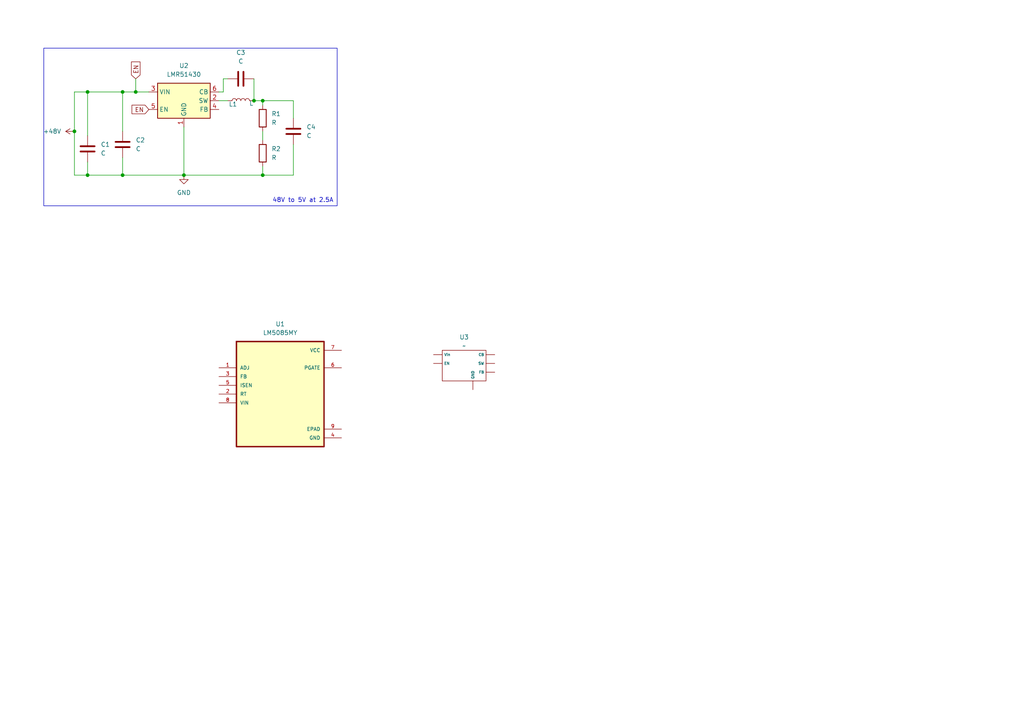
<source format=kicad_sch>
(kicad_sch
	(version 20250114)
	(generator "eeschema")
	(generator_version "9.0")
	(uuid "5a7582c6-cf0f-475e-8130-6c1150d1ea58")
	(paper "A4")
	(lib_symbols
		(symbol "Device:C"
			(pin_numbers
				(hide yes)
			)
			(pin_names
				(offset 0.254)
			)
			(exclude_from_sim no)
			(in_bom yes)
			(on_board yes)
			(property "Reference" "C"
				(at 0.635 2.54 0)
				(effects
					(font
						(size 1.27 1.27)
					)
					(justify left)
				)
			)
			(property "Value" "C"
				(at 0.635 -2.54 0)
				(effects
					(font
						(size 1.27 1.27)
					)
					(justify left)
				)
			)
			(property "Footprint" ""
				(at 0.9652 -3.81 0)
				(effects
					(font
						(size 1.27 1.27)
					)
					(hide yes)
				)
			)
			(property "Datasheet" "~"
				(at 0 0 0)
				(effects
					(font
						(size 1.27 1.27)
					)
					(hide yes)
				)
			)
			(property "Description" "Unpolarized capacitor"
				(at 0 0 0)
				(effects
					(font
						(size 1.27 1.27)
					)
					(hide yes)
				)
			)
			(property "ki_keywords" "cap capacitor"
				(at 0 0 0)
				(effects
					(font
						(size 1.27 1.27)
					)
					(hide yes)
				)
			)
			(property "ki_fp_filters" "C_*"
				(at 0 0 0)
				(effects
					(font
						(size 1.27 1.27)
					)
					(hide yes)
				)
			)
			(symbol "C_0_1"
				(polyline
					(pts
						(xy -2.032 0.762) (xy 2.032 0.762)
					)
					(stroke
						(width 0.508)
						(type default)
					)
					(fill
						(type none)
					)
				)
				(polyline
					(pts
						(xy -2.032 -0.762) (xy 2.032 -0.762)
					)
					(stroke
						(width 0.508)
						(type default)
					)
					(fill
						(type none)
					)
				)
			)
			(symbol "C_1_1"
				(pin passive line
					(at 0 3.81 270)
					(length 2.794)
					(name "~"
						(effects
							(font
								(size 1.27 1.27)
							)
						)
					)
					(number "1"
						(effects
							(font
								(size 1.27 1.27)
							)
						)
					)
				)
				(pin passive line
					(at 0 -3.81 90)
					(length 2.794)
					(name "~"
						(effects
							(font
								(size 1.27 1.27)
							)
						)
					)
					(number "2"
						(effects
							(font
								(size 1.27 1.27)
							)
						)
					)
				)
			)
			(embedded_fonts no)
		)
		(symbol "Device:L"
			(pin_numbers
				(hide yes)
			)
			(pin_names
				(offset 1.016)
				(hide yes)
			)
			(exclude_from_sim no)
			(in_bom yes)
			(on_board yes)
			(property "Reference" "L"
				(at -1.27 0 90)
				(effects
					(font
						(size 1.27 1.27)
					)
				)
			)
			(property "Value" "L"
				(at 1.905 0 90)
				(effects
					(font
						(size 1.27 1.27)
					)
				)
			)
			(property "Footprint" ""
				(at 0 0 0)
				(effects
					(font
						(size 1.27 1.27)
					)
					(hide yes)
				)
			)
			(property "Datasheet" "~"
				(at 0 0 0)
				(effects
					(font
						(size 1.27 1.27)
					)
					(hide yes)
				)
			)
			(property "Description" "Inductor"
				(at 0 0 0)
				(effects
					(font
						(size 1.27 1.27)
					)
					(hide yes)
				)
			)
			(property "ki_keywords" "inductor choke coil reactor magnetic"
				(at 0 0 0)
				(effects
					(font
						(size 1.27 1.27)
					)
					(hide yes)
				)
			)
			(property "ki_fp_filters" "Choke_* *Coil* Inductor_* L_*"
				(at 0 0 0)
				(effects
					(font
						(size 1.27 1.27)
					)
					(hide yes)
				)
			)
			(symbol "L_0_1"
				(arc
					(start 0 2.54)
					(mid 0.6323 1.905)
					(end 0 1.27)
					(stroke
						(width 0)
						(type default)
					)
					(fill
						(type none)
					)
				)
				(arc
					(start 0 1.27)
					(mid 0.6323 0.635)
					(end 0 0)
					(stroke
						(width 0)
						(type default)
					)
					(fill
						(type none)
					)
				)
				(arc
					(start 0 0)
					(mid 0.6323 -0.635)
					(end 0 -1.27)
					(stroke
						(width 0)
						(type default)
					)
					(fill
						(type none)
					)
				)
				(arc
					(start 0 -1.27)
					(mid 0.6323 -1.905)
					(end 0 -2.54)
					(stroke
						(width 0)
						(type default)
					)
					(fill
						(type none)
					)
				)
			)
			(symbol "L_1_1"
				(pin passive line
					(at 0 3.81 270)
					(length 1.27)
					(name "1"
						(effects
							(font
								(size 1.27 1.27)
							)
						)
					)
					(number "1"
						(effects
							(font
								(size 1.27 1.27)
							)
						)
					)
				)
				(pin passive line
					(at 0 -3.81 90)
					(length 1.27)
					(name "2"
						(effects
							(font
								(size 1.27 1.27)
							)
						)
					)
					(number "2"
						(effects
							(font
								(size 1.27 1.27)
							)
						)
					)
				)
			)
			(embedded_fonts no)
		)
		(symbol "Device:R"
			(pin_numbers
				(hide yes)
			)
			(pin_names
				(offset 0)
			)
			(exclude_from_sim no)
			(in_bom yes)
			(on_board yes)
			(property "Reference" "R"
				(at 2.032 0 90)
				(effects
					(font
						(size 1.27 1.27)
					)
				)
			)
			(property "Value" "R"
				(at 0 0 90)
				(effects
					(font
						(size 1.27 1.27)
					)
				)
			)
			(property "Footprint" ""
				(at -1.778 0 90)
				(effects
					(font
						(size 1.27 1.27)
					)
					(hide yes)
				)
			)
			(property "Datasheet" "~"
				(at 0 0 0)
				(effects
					(font
						(size 1.27 1.27)
					)
					(hide yes)
				)
			)
			(property "Description" "Resistor"
				(at 0 0 0)
				(effects
					(font
						(size 1.27 1.27)
					)
					(hide yes)
				)
			)
			(property "ki_keywords" "R res resistor"
				(at 0 0 0)
				(effects
					(font
						(size 1.27 1.27)
					)
					(hide yes)
				)
			)
			(property "ki_fp_filters" "R_*"
				(at 0 0 0)
				(effects
					(font
						(size 1.27 1.27)
					)
					(hide yes)
				)
			)
			(symbol "R_0_1"
				(rectangle
					(start -1.016 -2.54)
					(end 1.016 2.54)
					(stroke
						(width 0.254)
						(type default)
					)
					(fill
						(type none)
					)
				)
			)
			(symbol "R_1_1"
				(pin passive line
					(at 0 3.81 270)
					(length 1.27)
					(name "~"
						(effects
							(font
								(size 1.27 1.27)
							)
						)
					)
					(number "1"
						(effects
							(font
								(size 1.27 1.27)
							)
						)
					)
				)
				(pin passive line
					(at 0 -3.81 90)
					(length 1.27)
					(name "~"
						(effects
							(font
								(size 1.27 1.27)
							)
						)
					)
					(number "2"
						(effects
							(font
								(size 1.27 1.27)
							)
						)
					)
				)
			)
			(embedded_fonts no)
		)
		(symbol "Flight_controller_components:LM51635"
			(exclude_from_sim no)
			(in_bom yes)
			(on_board yes)
			(property "Reference" "U"
				(at 0 10.16 0)
				(effects
					(font
						(size 1.27 1.27)
					)
				)
			)
			(property "Value" ""
				(at 0 0 0)
				(effects
					(font
						(size 1.27 1.27)
					)
				)
			)
			(property "Footprint" ""
				(at 0 0 0)
				(effects
					(font
						(size 1.27 1.27)
					)
					(hide yes)
				)
			)
			(property "Datasheet" ""
				(at 0 0 0)
				(effects
					(font
						(size 1.27 1.27)
					)
					(hide yes)
				)
			)
			(property "Description" ""
				(at 0 0 0)
				(effects
					(font
						(size 1.27 1.27)
					)
					(hide yes)
				)
			)
			(symbol "LM51635_0_1"
				(rectangle
					(start -6.35 5.08)
					(end 6.35 -3.81)
					(stroke
						(width 0)
						(type default)
					)
					(fill
						(type none)
					)
				)
			)
			(symbol "LM51635_1_1"
				(pin power_in line
					(at -8.89 3.81 0)
					(length 2.54)
					(name "Vin"
						(effects
							(font
								(size 0.762 0.762)
							)
						)
					)
					(number ""
						(effects
							(font
								(size 0.508 0.508)
							)
						)
					)
				)
				(pin input line
					(at -8.89 1.27 0)
					(length 2.54)
					(name "EN"
						(effects
							(font
								(size 0.762 0.762)
							)
						)
					)
					(number ""
						(effects
							(font
								(size 1.27 1.27)
							)
						)
					)
				)
				(pin power_in line
					(at 2.54 -6.35 90)
					(length 2.54)
					(name "GND"
						(effects
							(font
								(size 0.762 0.762)
							)
						)
					)
					(number ""
						(effects
							(font
								(size 1.27 1.27)
							)
						)
					)
				)
				(pin output line
					(at 8.89 3.81 180)
					(length 2.54)
					(name "CB"
						(effects
							(font
								(size 0.762 0.762)
							)
						)
					)
					(number ""
						(effects
							(font
								(size 1.27 1.27)
							)
						)
					)
				)
				(pin output line
					(at 8.89 1.27 180)
					(length 2.54)
					(name "SW"
						(effects
							(font
								(size 0.762 0.762)
							)
						)
					)
					(number ""
						(effects
							(font
								(size 1.27 1.27)
							)
						)
					)
				)
				(pin input line
					(at 8.89 -1.27 180)
					(length 2.54)
					(name "FB"
						(effects
							(font
								(size 0.762 0.762)
							)
						)
					)
					(number ""
						(effects
							(font
								(size 1.27 1.27)
							)
						)
					)
				)
			)
			(embedded_fonts no)
		)
		(symbol "LM5085MY:LM5085MY"
			(pin_names
				(offset 1.016)
			)
			(exclude_from_sim no)
			(in_bom yes)
			(on_board yes)
			(property "Reference" "U"
				(at -12.7 16.24 0)
				(effects
					(font
						(size 1.27 1.27)
					)
					(justify left bottom)
				)
			)
			(property "Value" "LM5085MY"
				(at -12.7 -19.24 0)
				(effects
					(font
						(size 1.27 1.27)
					)
					(justify left bottom)
				)
			)
			(property "Footprint" "LM5085MY:SOP65P490X110-9N"
				(at 0 0 0)
				(effects
					(font
						(size 1.27 1.27)
					)
					(justify bottom)
					(hide yes)
				)
			)
			(property "Datasheet" ""
				(at 0 0 0)
				(effects
					(font
						(size 1.27 1.27)
					)
					(hide yes)
				)
			)
			(property "Description" ""
				(at 0 0 0)
				(effects
					(font
						(size 1.27 1.27)
					)
					(hide yes)
				)
			)
			(property "MF" "Texas Instruments"
				(at 0 0 0)
				(effects
					(font
						(size 1.27 1.27)
					)
					(justify bottom)
					(hide yes)
				)
			)
			(property "Description_1" "4.5-75V Wide Vin, Constant On-Time Non-Synchronous PFET Buck Controller"
				(at 0 0 0)
				(effects
					(font
						(size 1.27 1.27)
					)
					(justify bottom)
					(hide yes)
				)
			)
			(property "Package" "HVSSOP-8 Texas Instruments"
				(at 0 0 0)
				(effects
					(font
						(size 1.27 1.27)
					)
					(justify bottom)
					(hide yes)
				)
			)
			(property "Price" "None"
				(at 0 0 0)
				(effects
					(font
						(size 1.27 1.27)
					)
					(justify bottom)
					(hide yes)
				)
			)
			(property "SnapEDA_Link" "https://www.snapeda.com/parts/LM5085MY/NOPB/Texas+Instruments/view-part/?ref=snap"
				(at 0 0 0)
				(effects
					(font
						(size 1.27 1.27)
					)
					(justify bottom)
					(hide yes)
				)
			)
			(property "MP" "LM5085MY/NOPB"
				(at 0 0 0)
				(effects
					(font
						(size 1.27 1.27)
					)
					(justify bottom)
					(hide yes)
				)
			)
			(property "Availability" "In Stock"
				(at 0 0 0)
				(effects
					(font
						(size 1.27 1.27)
					)
					(justify bottom)
					(hide yes)
				)
			)
			(property "Check_prices" "https://www.snapeda.com/parts/LM5085MY/NOPB/Texas+Instruments/view-part/?ref=eda"
				(at 0 0 0)
				(effects
					(font
						(size 1.27 1.27)
					)
					(justify bottom)
					(hide yes)
				)
			)
			(symbol "LM5085MY_0_0"
				(rectangle
					(start -12.7 -15.24)
					(end 12.7 15.24)
					(stroke
						(width 0.41)
						(type default)
					)
					(fill
						(type background)
					)
				)
				(pin input line
					(at -17.78 7.62 0)
					(length 5.08)
					(name "ADJ"
						(effects
							(font
								(size 1.016 1.016)
							)
						)
					)
					(number "1"
						(effects
							(font
								(size 1.016 1.016)
							)
						)
					)
				)
				(pin input line
					(at -17.78 5.08 0)
					(length 5.08)
					(name "FB"
						(effects
							(font
								(size 1.016 1.016)
							)
						)
					)
					(number "3"
						(effects
							(font
								(size 1.016 1.016)
							)
						)
					)
				)
				(pin input line
					(at -17.78 2.54 0)
					(length 5.08)
					(name "ISEN"
						(effects
							(font
								(size 1.016 1.016)
							)
						)
					)
					(number "5"
						(effects
							(font
								(size 1.016 1.016)
							)
						)
					)
				)
				(pin input line
					(at -17.78 0 0)
					(length 5.08)
					(name "RT"
						(effects
							(font
								(size 1.016 1.016)
							)
						)
					)
					(number "2"
						(effects
							(font
								(size 1.016 1.016)
							)
						)
					)
				)
				(pin input line
					(at -17.78 -2.54 0)
					(length 5.08)
					(name "VIN"
						(effects
							(font
								(size 1.016 1.016)
							)
						)
					)
					(number "8"
						(effects
							(font
								(size 1.016 1.016)
							)
						)
					)
				)
				(pin power_in line
					(at 17.78 12.7 180)
					(length 5.08)
					(name "VCC"
						(effects
							(font
								(size 1.016 1.016)
							)
						)
					)
					(number "7"
						(effects
							(font
								(size 1.016 1.016)
							)
						)
					)
				)
				(pin output line
					(at 17.78 7.62 180)
					(length 5.08)
					(name "PGATE"
						(effects
							(font
								(size 1.016 1.016)
							)
						)
					)
					(number "6"
						(effects
							(font
								(size 1.016 1.016)
							)
						)
					)
				)
				(pin power_in line
					(at 17.78 -10.16 180)
					(length 5.08)
					(name "EPAD"
						(effects
							(font
								(size 1.016 1.016)
							)
						)
					)
					(number "9"
						(effects
							(font
								(size 1.016 1.016)
							)
						)
					)
				)
				(pin power_in line
					(at 17.78 -12.7 180)
					(length 5.08)
					(name "GND"
						(effects
							(font
								(size 1.016 1.016)
							)
						)
					)
					(number "4"
						(effects
							(font
								(size 1.016 1.016)
							)
						)
					)
				)
			)
			(embedded_fonts no)
		)
		(symbol "Regulator_Switching:LMR51430"
			(exclude_from_sim no)
			(in_bom yes)
			(on_board yes)
			(property "Reference" "U"
				(at -7.62 6.35 0)
				(effects
					(font
						(size 1.27 1.27)
					)
					(justify left)
				)
			)
			(property "Value" "LMR51430"
				(at 0 6.35 0)
				(effects
					(font
						(size 1.27 1.27)
					)
					(justify left)
				)
			)
			(property "Footprint" "Package_TO_SOT_SMD:SOT-23-6"
				(at 1.27 -8.89 0)
				(effects
					(font
						(size 1.27 1.27)
					)
					(justify left)
					(hide yes)
				)
			)
			(property "Datasheet" "https://www.ti.com/lit/ds/symlink/lmr51430.pdf"
				(at 1.27 -11.43 0)
				(effects
					(font
						(size 1.27 1.27)
					)
					(justify left)
					(hide yes)
				)
			)
			(property "Description" "4.5-V to 36-V, 3-A synchronous buck converter with 40-µA IQ, SOT-23-6"
				(at 0 0 0)
				(effects
					(font
						(size 1.27 1.27)
					)
					(hide yes)
				)
			)
			(property "ki_keywords" "switching buck converter power-supply voltage regulator"
				(at 0 0 0)
				(effects
					(font
						(size 1.27 1.27)
					)
					(hide yes)
				)
			)
			(property "ki_fp_filters" "SOT?23*"
				(at 0 0 0)
				(effects
					(font
						(size 1.27 1.27)
					)
					(hide yes)
				)
			)
			(symbol "LMR51430_0_1"
				(rectangle
					(start -7.62 5.08)
					(end 7.62 -5.08)
					(stroke
						(width 0.254)
						(type default)
					)
					(fill
						(type background)
					)
				)
			)
			(symbol "LMR51430_1_1"
				(pin power_in line
					(at -10.16 2.54 0)
					(length 2.54)
					(name "VIN"
						(effects
							(font
								(size 1.27 1.27)
							)
						)
					)
					(number "3"
						(effects
							(font
								(size 1.27 1.27)
							)
						)
					)
				)
				(pin input line
					(at -10.16 -2.54 0)
					(length 2.54)
					(name "EN"
						(effects
							(font
								(size 1.27 1.27)
							)
						)
					)
					(number "5"
						(effects
							(font
								(size 1.27 1.27)
							)
						)
					)
				)
				(pin power_in line
					(at 0 -7.62 90)
					(length 2.54)
					(name "GND"
						(effects
							(font
								(size 1.27 1.27)
							)
						)
					)
					(number "1"
						(effects
							(font
								(size 1.27 1.27)
							)
						)
					)
				)
				(pin passive line
					(at 10.16 2.54 180)
					(length 2.54)
					(name "CB"
						(effects
							(font
								(size 1.27 1.27)
							)
						)
					)
					(number "6"
						(effects
							(font
								(size 1.27 1.27)
							)
						)
					)
				)
				(pin power_out line
					(at 10.16 0 180)
					(length 2.54)
					(name "SW"
						(effects
							(font
								(size 1.27 1.27)
							)
						)
					)
					(number "2"
						(effects
							(font
								(size 1.27 1.27)
							)
						)
					)
				)
				(pin input line
					(at 10.16 -2.54 180)
					(length 2.54)
					(name "FB"
						(effects
							(font
								(size 1.27 1.27)
							)
						)
					)
					(number "4"
						(effects
							(font
								(size 1.27 1.27)
							)
						)
					)
				)
			)
			(embedded_fonts no)
		)
		(symbol "power:+48V"
			(power)
			(pin_numbers
				(hide yes)
			)
			(pin_names
				(offset 0)
				(hide yes)
			)
			(exclude_from_sim no)
			(in_bom yes)
			(on_board yes)
			(property "Reference" "#PWR"
				(at 0 -3.81 0)
				(effects
					(font
						(size 1.27 1.27)
					)
					(hide yes)
				)
			)
			(property "Value" "+48V"
				(at 0 3.556 0)
				(effects
					(font
						(size 1.27 1.27)
					)
				)
			)
			(property "Footprint" ""
				(at 0 0 0)
				(effects
					(font
						(size 1.27 1.27)
					)
					(hide yes)
				)
			)
			(property "Datasheet" ""
				(at 0 0 0)
				(effects
					(font
						(size 1.27 1.27)
					)
					(hide yes)
				)
			)
			(property "Description" "Power symbol creates a global label with name \"+48V\""
				(at 0 0 0)
				(effects
					(font
						(size 1.27 1.27)
					)
					(hide yes)
				)
			)
			(property "ki_keywords" "global power"
				(at 0 0 0)
				(effects
					(font
						(size 1.27 1.27)
					)
					(hide yes)
				)
			)
			(symbol "+48V_0_1"
				(polyline
					(pts
						(xy -0.762 1.27) (xy 0 2.54)
					)
					(stroke
						(width 0)
						(type default)
					)
					(fill
						(type none)
					)
				)
				(polyline
					(pts
						(xy 0 2.54) (xy 0.762 1.27)
					)
					(stroke
						(width 0)
						(type default)
					)
					(fill
						(type none)
					)
				)
				(polyline
					(pts
						(xy 0 0) (xy 0 2.54)
					)
					(stroke
						(width 0)
						(type default)
					)
					(fill
						(type none)
					)
				)
			)
			(symbol "+48V_1_1"
				(pin power_in line
					(at 0 0 90)
					(length 0)
					(name "~"
						(effects
							(font
								(size 1.27 1.27)
							)
						)
					)
					(number "1"
						(effects
							(font
								(size 1.27 1.27)
							)
						)
					)
				)
			)
			(embedded_fonts no)
		)
		(symbol "power:GND"
			(power)
			(pin_numbers
				(hide yes)
			)
			(pin_names
				(offset 0)
				(hide yes)
			)
			(exclude_from_sim no)
			(in_bom yes)
			(on_board yes)
			(property "Reference" "#PWR"
				(at 0 -6.35 0)
				(effects
					(font
						(size 1.27 1.27)
					)
					(hide yes)
				)
			)
			(property "Value" "GND"
				(at 0 -3.81 0)
				(effects
					(font
						(size 1.27 1.27)
					)
				)
			)
			(property "Footprint" ""
				(at 0 0 0)
				(effects
					(font
						(size 1.27 1.27)
					)
					(hide yes)
				)
			)
			(property "Datasheet" ""
				(at 0 0 0)
				(effects
					(font
						(size 1.27 1.27)
					)
					(hide yes)
				)
			)
			(property "Description" "Power symbol creates a global label with name \"GND\" , ground"
				(at 0 0 0)
				(effects
					(font
						(size 1.27 1.27)
					)
					(hide yes)
				)
			)
			(property "ki_keywords" "global power"
				(at 0 0 0)
				(effects
					(font
						(size 1.27 1.27)
					)
					(hide yes)
				)
			)
			(symbol "GND_0_1"
				(polyline
					(pts
						(xy 0 0) (xy 0 -1.27) (xy 1.27 -1.27) (xy 0 -2.54) (xy -1.27 -1.27) (xy 0 -1.27)
					)
					(stroke
						(width 0)
						(type default)
					)
					(fill
						(type none)
					)
				)
			)
			(symbol "GND_1_1"
				(pin power_in line
					(at 0 0 270)
					(length 0)
					(name "~"
						(effects
							(font
								(size 1.27 1.27)
							)
						)
					)
					(number "1"
						(effects
							(font
								(size 1.27 1.27)
							)
						)
					)
				)
			)
			(embedded_fonts no)
		)
	)
	(text "48V to 5V at 2.5A"
		(exclude_from_sim no)
		(at 87.884 58.166 0)
		(effects
			(font
				(size 1.27 1.27)
			)
		)
		(uuid "540a2b06-4bbb-4b7f-bd72-908d2df2eab6")
	)
	(text_box ""
		(exclude_from_sim no)
		(at 12.7 13.97 0)
		(size 85.09 45.72)
		(margins 0.9525 0.9525 0.9525 0.9525)
		(stroke
			(width 0)
			(type solid)
		)
		(fill
			(type none)
		)
		(effects
			(font
				(size 1.27 1.27)
			)
			(justify left top)
		)
		(uuid "7e0d184c-97c1-48f1-aefd-a683f1cb335c")
	)
	(junction
		(at 25.4 50.8)
		(diameter 0)
		(color 0 0 0 0)
		(uuid "04a11bf5-9ee1-499e-bbd9-0103b70f77b1")
	)
	(junction
		(at 25.4 26.67)
		(diameter 0)
		(color 0 0 0 0)
		(uuid "1654327e-ba01-44f5-a48e-1a22d9488830")
	)
	(junction
		(at 39.37 26.67)
		(diameter 0)
		(color 0 0 0 0)
		(uuid "32dd86b6-c21d-4307-8a4b-260927172f1b")
	)
	(junction
		(at 35.56 50.8)
		(diameter 0)
		(color 0 0 0 0)
		(uuid "5f060eb8-c708-4b6b-a34f-860351427c05")
	)
	(junction
		(at 76.2 50.8)
		(diameter 0)
		(color 0 0 0 0)
		(uuid "77340453-3d68-433d-b47a-dc3a8a2b56fb")
	)
	(junction
		(at 35.56 26.67)
		(diameter 0)
		(color 0 0 0 0)
		(uuid "8d4615db-6cfa-4c11-b748-5ca453d507ca")
	)
	(junction
		(at 53.34 50.8)
		(diameter 0)
		(color 0 0 0 0)
		(uuid "8ec29784-c33a-4a25-8f38-9cf93603878b")
	)
	(junction
		(at 76.2 29.21)
		(diameter 0)
		(color 0 0 0 0)
		(uuid "9c44a99f-54b3-4dc5-bae0-c926adb99a84")
	)
	(junction
		(at 73.66 29.21)
		(diameter 0)
		(color 0 0 0 0)
		(uuid "f4dfa322-448c-4378-ad26-2af8d2cbc09f")
	)
	(junction
		(at 21.59 38.1)
		(diameter 0)
		(color 0 0 0 0)
		(uuid "fd5cbaf4-ee4c-447b-99c4-8741a345db82")
	)
	(wire
		(pts
			(xy 76.2 38.1) (xy 76.2 40.64)
		)
		(stroke
			(width 0)
			(type default)
		)
		(uuid "028b586a-728a-4af2-a33c-400583f55914")
	)
	(wire
		(pts
			(xy 25.4 26.67) (xy 21.59 26.67)
		)
		(stroke
			(width 0)
			(type default)
		)
		(uuid "1cde725f-f333-47ee-83f8-e1ca8f8803c1")
	)
	(wire
		(pts
			(xy 53.34 36.83) (xy 53.34 50.8)
		)
		(stroke
			(width 0)
			(type default)
		)
		(uuid "1f10ee07-a28f-4bb7-bba5-9dda13edecb2")
	)
	(wire
		(pts
			(xy 85.09 41.91) (xy 85.09 50.8)
		)
		(stroke
			(width 0)
			(type default)
		)
		(uuid "329439ed-2e0c-4fa7-940c-9cdbc05b9b96")
	)
	(wire
		(pts
			(xy 73.66 22.86) (xy 73.66 29.21)
		)
		(stroke
			(width 0)
			(type default)
		)
		(uuid "3465b6d3-30c6-475a-8806-28f8f73e6df7")
	)
	(wire
		(pts
			(xy 25.4 46.99) (xy 25.4 50.8)
		)
		(stroke
			(width 0)
			(type default)
		)
		(uuid "4797d568-aee9-47af-83b7-78c0741f9c7c")
	)
	(wire
		(pts
			(xy 39.37 26.67) (xy 35.56 26.67)
		)
		(stroke
			(width 0)
			(type default)
		)
		(uuid "4ead5e75-c977-4d8a-b0ad-f47fad75a1d9")
	)
	(wire
		(pts
			(xy 35.56 26.67) (xy 35.56 38.1)
		)
		(stroke
			(width 0)
			(type default)
		)
		(uuid "55ad9c8a-50f7-4fe4-8cb3-5ae77bf72e21")
	)
	(wire
		(pts
			(xy 25.4 26.67) (xy 25.4 39.37)
		)
		(stroke
			(width 0)
			(type default)
		)
		(uuid "67ed0b67-e0ef-4568-9e8e-645294e4d1e8")
	)
	(wire
		(pts
			(xy 76.2 48.26) (xy 76.2 50.8)
		)
		(stroke
			(width 0)
			(type default)
		)
		(uuid "6c6338fd-7274-4415-b003-c72d28df8054")
	)
	(wire
		(pts
			(xy 35.56 26.67) (xy 25.4 26.67)
		)
		(stroke
			(width 0)
			(type default)
		)
		(uuid "70c8c683-c721-47d2-9b08-d5eb10067893")
	)
	(wire
		(pts
			(xy 85.09 50.8) (xy 76.2 50.8)
		)
		(stroke
			(width 0)
			(type default)
		)
		(uuid "7311a5ec-c958-4e91-a15b-3d3c5d254334")
	)
	(wire
		(pts
			(xy 43.18 26.67) (xy 39.37 26.67)
		)
		(stroke
			(width 0)
			(type default)
		)
		(uuid "76860d84-3140-4291-9dde-27e43019d234")
	)
	(wire
		(pts
			(xy 64.77 26.67) (xy 64.77 22.86)
		)
		(stroke
			(width 0)
			(type default)
		)
		(uuid "7991c63f-3d9d-4721-8d4d-ad83c9a40f2b")
	)
	(wire
		(pts
			(xy 21.59 50.8) (xy 25.4 50.8)
		)
		(stroke
			(width 0)
			(type default)
		)
		(uuid "7a76b85d-9648-493d-bd0e-d2e33acd6c45")
	)
	(wire
		(pts
			(xy 85.09 34.29) (xy 85.09 29.21)
		)
		(stroke
			(width 0)
			(type default)
		)
		(uuid "7d3fed73-f475-4d5e-9afe-3d61f0c9fcce")
	)
	(wire
		(pts
			(xy 85.09 29.21) (xy 76.2 29.21)
		)
		(stroke
			(width 0)
			(type default)
		)
		(uuid "97c91343-91bf-4960-8ba5-3c5f3b847012")
	)
	(wire
		(pts
			(xy 76.2 29.21) (xy 76.2 30.48)
		)
		(stroke
			(width 0)
			(type default)
		)
		(uuid "9a81f891-d661-426b-927c-447e0be8c815")
	)
	(wire
		(pts
			(xy 64.77 26.67) (xy 63.5 26.67)
		)
		(stroke
			(width 0)
			(type default)
		)
		(uuid "9e01526b-b969-4f2e-8fec-c3c2f7224f77")
	)
	(wire
		(pts
			(xy 21.59 38.1) (xy 21.59 50.8)
		)
		(stroke
			(width 0)
			(type default)
		)
		(uuid "a2b2890a-76b6-4cd1-80c9-da3dc7236087")
	)
	(wire
		(pts
			(xy 63.5 29.21) (xy 66.04 29.21)
		)
		(stroke
			(width 0)
			(type default)
		)
		(uuid "abc106ef-171b-4cc4-b5c9-67aba1982459")
	)
	(wire
		(pts
			(xy 35.56 50.8) (xy 53.34 50.8)
		)
		(stroke
			(width 0)
			(type default)
		)
		(uuid "af2d30dc-7b83-44f4-9064-dfc922248cf2")
	)
	(wire
		(pts
			(xy 35.56 45.72) (xy 35.56 50.8)
		)
		(stroke
			(width 0)
			(type default)
		)
		(uuid "bf158d07-5280-403e-a6eb-50694b698ecb")
	)
	(wire
		(pts
			(xy 73.66 29.21) (xy 76.2 29.21)
		)
		(stroke
			(width 0)
			(type default)
		)
		(uuid "c1e2b0a5-1d03-4bb3-8f0e-c98e87152aec")
	)
	(wire
		(pts
			(xy 53.34 50.8) (xy 76.2 50.8)
		)
		(stroke
			(width 0)
			(type default)
		)
		(uuid "e2b67582-b0c9-4ee5-b438-fafc551aff6f")
	)
	(wire
		(pts
			(xy 39.37 22.86) (xy 39.37 26.67)
		)
		(stroke
			(width 0)
			(type default)
		)
		(uuid "e6937a52-6751-48ca-b046-af0c79babd4d")
	)
	(wire
		(pts
			(xy 64.77 22.86) (xy 66.04 22.86)
		)
		(stroke
			(width 0)
			(type default)
		)
		(uuid "eb692070-0102-4859-8202-17eb5300ba94")
	)
	(wire
		(pts
			(xy 21.59 26.67) (xy 21.59 38.1)
		)
		(stroke
			(width 0)
			(type default)
		)
		(uuid "f229dcc7-e4f0-46cb-9ff4-292263e60807")
	)
	(wire
		(pts
			(xy 25.4 50.8) (xy 35.56 50.8)
		)
		(stroke
			(width 0)
			(type default)
		)
		(uuid "f2b2a4a9-d05c-4e92-adfa-97ff1d0bed30")
	)
	(global_label "EN"
		(shape input)
		(at 43.18 31.75 180)
		(fields_autoplaced yes)
		(effects
			(font
				(size 1.27 1.27)
			)
			(justify right)
		)
		(uuid "a5b9f5f2-b3bc-472f-8792-b5247e9d3d5c")
		(property "Intersheetrefs" "${INTERSHEET_REFS}"
			(at 37.7153 31.75 0)
			(effects
				(font
					(size 1.27 1.27)
				)
				(justify right)
				(hide yes)
			)
		)
	)
	(global_label "EN"
		(shape input)
		(at 39.37 22.86 90)
		(fields_autoplaced yes)
		(effects
			(font
				(size 1.27 1.27)
			)
			(justify left)
		)
		(uuid "cd1569cf-206a-4d7b-8c31-a47910cd2df4")
		(property "Intersheetrefs" "${INTERSHEET_REFS}"
			(at 39.37 17.3953 90)
			(effects
				(font
					(size 1.27 1.27)
				)
				(justify left)
				(hide yes)
			)
		)
	)
	(symbol
		(lib_id "Device:C")
		(at 69.85 22.86 270)
		(unit 1)
		(exclude_from_sim no)
		(in_bom yes)
		(on_board yes)
		(dnp no)
		(fields_autoplaced yes)
		(uuid "3a4cec7d-849d-4ccb-a0a7-d68929bff12f")
		(property "Reference" "C3"
			(at 69.85 15.24 90)
			(effects
				(font
					(size 1.27 1.27)
				)
			)
		)
		(property "Value" "C"
			(at 69.85 17.78 90)
			(effects
				(font
					(size 1.27 1.27)
				)
			)
		)
		(property "Footprint" ""
			(at 66.04 23.8252 0)
			(effects
				(font
					(size 1.27 1.27)
				)
				(hide yes)
			)
		)
		(property "Datasheet" "~"
			(at 69.85 22.86 0)
			(effects
				(font
					(size 1.27 1.27)
				)
				(hide yes)
			)
		)
		(property "Description" "Unpolarized capacitor"
			(at 69.85 22.86 0)
			(effects
				(font
					(size 1.27 1.27)
				)
				(hide yes)
			)
		)
		(pin "1"
			(uuid "31233e86-e5e6-4458-9f2d-1446c571b489")
		)
		(pin "2"
			(uuid "6dbc9325-a493-48fd-ae7c-8ab716f6f68d")
		)
		(instances
			(project ""
				(path "/5a7582c6-cf0f-475e-8130-6c1150d1ea58"
					(reference "C3")
					(unit 1)
				)
			)
		)
	)
	(symbol
		(lib_id "Device:R")
		(at 76.2 44.45 0)
		(unit 1)
		(exclude_from_sim no)
		(in_bom yes)
		(on_board yes)
		(dnp no)
		(fields_autoplaced yes)
		(uuid "453b199f-bd36-4e7c-b6e9-f62a586187de")
		(property "Reference" "R2"
			(at 78.74 43.1799 0)
			(effects
				(font
					(size 1.27 1.27)
				)
				(justify left)
			)
		)
		(property "Value" "R"
			(at 78.74 45.7199 0)
			(effects
				(font
					(size 1.27 1.27)
				)
				(justify left)
			)
		)
		(property "Footprint" ""
			(at 74.422 44.45 90)
			(effects
				(font
					(size 1.27 1.27)
				)
				(hide yes)
			)
		)
		(property "Datasheet" "~"
			(at 76.2 44.45 0)
			(effects
				(font
					(size 1.27 1.27)
				)
				(hide yes)
			)
		)
		(property "Description" "Resistor"
			(at 76.2 44.45 0)
			(effects
				(font
					(size 1.27 1.27)
				)
				(hide yes)
			)
		)
		(pin "1"
			(uuid "73de7a6a-1e51-438d-a527-b4a483c129b8")
		)
		(pin "2"
			(uuid "3ee4b3ab-59f9-48cd-bdf8-6e4914408fd0")
		)
		(instances
			(project ""
				(path "/5a7582c6-cf0f-475e-8130-6c1150d1ea58"
					(reference "R2")
					(unit 1)
				)
			)
		)
	)
	(symbol
		(lib_id "power:+48V")
		(at 21.59 38.1 90)
		(unit 1)
		(exclude_from_sim no)
		(in_bom yes)
		(on_board yes)
		(dnp no)
		(fields_autoplaced yes)
		(uuid "610ffc99-0087-44ea-b6be-2cf03f7dc66d")
		(property "Reference" "#PWR01"
			(at 25.4 38.1 0)
			(effects
				(font
					(size 1.27 1.27)
				)
				(hide yes)
			)
		)
		(property "Value" "+48V"
			(at 17.78 38.0999 90)
			(effects
				(font
					(size 1.27 1.27)
				)
				(justify left)
			)
		)
		(property "Footprint" ""
			(at 21.59 38.1 0)
			(effects
				(font
					(size 1.27 1.27)
				)
				(hide yes)
			)
		)
		(property "Datasheet" ""
			(at 21.59 38.1 0)
			(effects
				(font
					(size 1.27 1.27)
				)
				(hide yes)
			)
		)
		(property "Description" "Power symbol creates a global label with name \"+48V\""
			(at 21.59 38.1 0)
			(effects
				(font
					(size 1.27 1.27)
				)
				(hide yes)
			)
		)
		(pin "1"
			(uuid "93427017-5b2e-4539-bbe0-aa91a2cefa14")
		)
		(instances
			(project ""
				(path "/5a7582c6-cf0f-475e-8130-6c1150d1ea58"
					(reference "#PWR01")
					(unit 1)
				)
			)
		)
	)
	(symbol
		(lib_id "Regulator_Switching:LMR51430")
		(at 53.34 29.21 0)
		(unit 1)
		(exclude_from_sim no)
		(in_bom yes)
		(on_board yes)
		(dnp no)
		(fields_autoplaced yes)
		(uuid "712de90a-5f56-44d5-a430-ad6c3b7f5b32")
		(property "Reference" "U2"
			(at 53.34 19.05 0)
			(effects
				(font
					(size 1.27 1.27)
				)
			)
		)
		(property "Value" "LMR51430"
			(at 53.34 21.59 0)
			(effects
				(font
					(size 1.27 1.27)
				)
			)
		)
		(property "Footprint" "Package_TO_SOT_SMD:SOT-23-6"
			(at 54.61 38.1 0)
			(effects
				(font
					(size 1.27 1.27)
				)
				(justify left)
				(hide yes)
			)
		)
		(property "Datasheet" "https://www.ti.com/lit/ds/symlink/lmr51430.pdf"
			(at 54.61 40.64 0)
			(effects
				(font
					(size 1.27 1.27)
				)
				(justify left)
				(hide yes)
			)
		)
		(property "Description" "4.5-V to 36-V, 3-A synchronous buck converter with 40-µA IQ, SOT-23-6"
			(at 53.34 29.21 0)
			(effects
				(font
					(size 1.27 1.27)
				)
				(hide yes)
			)
		)
		(pin "3"
			(uuid "dca13b3c-16cf-43d1-83f6-41169a861947")
		)
		(pin "5"
			(uuid "c23e26bf-c06d-4da3-a02d-27814a1099a0")
		)
		(pin "6"
			(uuid "6ff41941-a3bb-4417-be17-27fa672183b9")
		)
		(pin "2"
			(uuid "97f40490-c130-4ab9-b6a4-e3b42c931b34")
		)
		(pin "4"
			(uuid "01d2ee16-a910-486b-a654-99c30bb4a582")
		)
		(pin "1"
			(uuid "8b33e732-6a15-4955-8cd6-a6389edafe97")
		)
		(instances
			(project ""
				(path "/5a7582c6-cf0f-475e-8130-6c1150d1ea58"
					(reference "U2")
					(unit 1)
				)
			)
		)
	)
	(symbol
		(lib_id "LM5085MY:LM5085MY")
		(at 81.28 114.3 0)
		(unit 1)
		(exclude_from_sim no)
		(in_bom yes)
		(on_board yes)
		(dnp no)
		(fields_autoplaced yes)
		(uuid "9db6aa4a-6439-4c3d-9ee9-730c687b31ff")
		(property "Reference" "U1"
			(at 81.28 93.98 0)
			(effects
				(font
					(size 1.27 1.27)
				)
			)
		)
		(property "Value" "LM5085MY"
			(at 81.28 96.52 0)
			(effects
				(font
					(size 1.27 1.27)
				)
			)
		)
		(property "Footprint" "LM5085MY:SOP65P490X110-9N"
			(at 81.28 114.3 0)
			(effects
				(font
					(size 1.27 1.27)
				)
				(justify bottom)
				(hide yes)
			)
		)
		(property "Datasheet" ""
			(at 81.28 114.3 0)
			(effects
				(font
					(size 1.27 1.27)
				)
				(hide yes)
			)
		)
		(property "Description" ""
			(at 81.28 114.3 0)
			(effects
				(font
					(size 1.27 1.27)
				)
				(hide yes)
			)
		)
		(property "MF" "Texas Instruments"
			(at 81.28 114.3 0)
			(effects
				(font
					(size 1.27 1.27)
				)
				(justify bottom)
				(hide yes)
			)
		)
		(property "Description_1" "4.5-75V Wide Vin, Constant On-Time Non-Synchronous PFET Buck Controller"
			(at 81.28 114.3 0)
			(effects
				(font
					(size 1.27 1.27)
				)
				(justify bottom)
				(hide yes)
			)
		)
		(property "Package" "HVSSOP-8 Texas Instruments"
			(at 81.28 114.3 0)
			(effects
				(font
					(size 1.27 1.27)
				)
				(justify bottom)
				(hide yes)
			)
		)
		(property "Price" "None"
			(at 81.28 114.3 0)
			(effects
				(font
					(size 1.27 1.27)
				)
				(justify bottom)
				(hide yes)
			)
		)
		(property "SnapEDA_Link" "https://www.snapeda.com/parts/LM5085MY/NOPB/Texas+Instruments/view-part/?ref=snap"
			(at 81.28 114.3 0)
			(effects
				(font
					(size 1.27 1.27)
				)
				(justify bottom)
				(hide yes)
			)
		)
		(property "MP" "LM5085MY/NOPB"
			(at 81.28 114.3 0)
			(effects
				(font
					(size 1.27 1.27)
				)
				(justify bottom)
				(hide yes)
			)
		)
		(property "Availability" "In Stock"
			(at 81.28 114.3 0)
			(effects
				(font
					(size 1.27 1.27)
				)
				(justify bottom)
				(hide yes)
			)
		)
		(property "Check_prices" "https://www.snapeda.com/parts/LM5085MY/NOPB/Texas+Instruments/view-part/?ref=eda"
			(at 81.28 114.3 0)
			(effects
				(font
					(size 1.27 1.27)
				)
				(justify bottom)
				(hide yes)
			)
		)
		(pin "9"
			(uuid "ba1d9dcc-2903-48a5-95c5-a925ccdf8822")
		)
		(pin "3"
			(uuid "189295b9-8b7f-49cf-b0df-74a72e2120b9")
		)
		(pin "8"
			(uuid "4f1f9591-fd87-410d-88e6-e0899f9622d0")
		)
		(pin "5"
			(uuid "54d96f19-6804-486c-8516-a8af8b972bea")
		)
		(pin "1"
			(uuid "8303be21-69bb-44f1-acb5-52007b12fb4e")
		)
		(pin "7"
			(uuid "8a008309-4ff9-4dbd-abfa-40f83c1e3c61")
		)
		(pin "2"
			(uuid "31897811-aa3d-407b-97dd-229bf3f2f832")
		)
		(pin "6"
			(uuid "3d3a96f4-4324-4912-aa8b-fb0f67127db1")
		)
		(pin "4"
			(uuid "8d2c4ee8-dd8b-450f-b198-ba9e820e425f")
		)
		(instances
			(project ""
				(path "/5a7582c6-cf0f-475e-8130-6c1150d1ea58"
					(reference "U1")
					(unit 1)
				)
			)
		)
	)
	(symbol
		(lib_id "Device:C")
		(at 85.09 38.1 0)
		(unit 1)
		(exclude_from_sim no)
		(in_bom yes)
		(on_board yes)
		(dnp no)
		(fields_autoplaced yes)
		(uuid "9efea148-8d9c-47e4-86be-1515a086247f")
		(property "Reference" "C4"
			(at 88.9 36.8299 0)
			(effects
				(font
					(size 1.27 1.27)
				)
				(justify left)
			)
		)
		(property "Value" "C"
			(at 88.9 39.3699 0)
			(effects
				(font
					(size 1.27 1.27)
				)
				(justify left)
			)
		)
		(property "Footprint" ""
			(at 86.0552 41.91 0)
			(effects
				(font
					(size 1.27 1.27)
				)
				(hide yes)
			)
		)
		(property "Datasheet" "~"
			(at 85.09 38.1 0)
			(effects
				(font
					(size 1.27 1.27)
				)
				(hide yes)
			)
		)
		(property "Description" "Unpolarized capacitor"
			(at 85.09 38.1 0)
			(effects
				(font
					(size 1.27 1.27)
				)
				(hide yes)
			)
		)
		(pin "1"
			(uuid "0b604de6-53c9-42e7-8cd0-56fd0b89ad33")
		)
		(pin "2"
			(uuid "765a3d63-176b-40d8-9d43-6f9f2a871960")
		)
		(instances
			(project ""
				(path "/5a7582c6-cf0f-475e-8130-6c1150d1ea58"
					(reference "C4")
					(unit 1)
				)
			)
		)
	)
	(symbol
		(lib_id "Device:C")
		(at 25.4 43.18 0)
		(unit 1)
		(exclude_from_sim no)
		(in_bom yes)
		(on_board yes)
		(dnp no)
		(fields_autoplaced yes)
		(uuid "a67d8ab7-7b8a-48ed-9efe-c883544dc4a9")
		(property "Reference" "C1"
			(at 29.21 41.9099 0)
			(effects
				(font
					(size 1.27 1.27)
				)
				(justify left)
			)
		)
		(property "Value" "C"
			(at 29.21 44.4499 0)
			(effects
				(font
					(size 1.27 1.27)
				)
				(justify left)
			)
		)
		(property "Footprint" ""
			(at 26.3652 46.99 0)
			(effects
				(font
					(size 1.27 1.27)
				)
				(hide yes)
			)
		)
		(property "Datasheet" "~"
			(at 25.4 43.18 0)
			(effects
				(font
					(size 1.27 1.27)
				)
				(hide yes)
			)
		)
		(property "Description" "Unpolarized capacitor"
			(at 25.4 43.18 0)
			(effects
				(font
					(size 1.27 1.27)
				)
				(hide yes)
			)
		)
		(pin "1"
			(uuid "e8a52578-15ea-4903-b713-fa1124d19a30")
		)
		(pin "2"
			(uuid "0b7d4887-55fb-425c-8c16-cd92a96adc2c")
		)
		(instances
			(project ""
				(path "/5a7582c6-cf0f-475e-8130-6c1150d1ea58"
					(reference "C1")
					(unit 1)
				)
			)
		)
	)
	(symbol
		(lib_id "Device:R")
		(at 76.2 34.29 0)
		(unit 1)
		(exclude_from_sim no)
		(in_bom yes)
		(on_board yes)
		(dnp no)
		(fields_autoplaced yes)
		(uuid "bde8de93-1096-4fab-bd91-a80c88c74b35")
		(property "Reference" "R1"
			(at 78.74 33.0199 0)
			(effects
				(font
					(size 1.27 1.27)
				)
				(justify left)
			)
		)
		(property "Value" "R"
			(at 78.74 35.5599 0)
			(effects
				(font
					(size 1.27 1.27)
				)
				(justify left)
			)
		)
		(property "Footprint" ""
			(at 74.422 34.29 90)
			(effects
				(font
					(size 1.27 1.27)
				)
				(hide yes)
			)
		)
		(property "Datasheet" "~"
			(at 76.2 34.29 0)
			(effects
				(font
					(size 1.27 1.27)
				)
				(hide yes)
			)
		)
		(property "Description" "Resistor"
			(at 76.2 34.29 0)
			(effects
				(font
					(size 1.27 1.27)
				)
				(hide yes)
			)
		)
		(pin "1"
			(uuid "ef5262d6-c9a0-49e0-8cbf-767965ad9be9")
		)
		(pin "2"
			(uuid "2894d729-aa41-4422-b37f-664fda2962f9")
		)
		(instances
			(project ""
				(path "/5a7582c6-cf0f-475e-8130-6c1150d1ea58"
					(reference "R1")
					(unit 1)
				)
			)
		)
	)
	(symbol
		(lib_id "Device:L")
		(at 69.85 29.21 90)
		(unit 1)
		(exclude_from_sim no)
		(in_bom yes)
		(on_board yes)
		(dnp no)
		(uuid "d3ffe0d1-ee49-44ef-baf1-e4538a45fe98")
		(property "Reference" "L1"
			(at 67.564 30.226 90)
			(effects
				(font
					(size 1.27 1.27)
				)
			)
		)
		(property "Value" "L"
			(at 72.898 29.972 90)
			(effects
				(font
					(size 1.27 1.27)
				)
			)
		)
		(property "Footprint" ""
			(at 69.85 29.21 0)
			(effects
				(font
					(size 1.27 1.27)
				)
				(hide yes)
			)
		)
		(property "Datasheet" "~"
			(at 69.85 29.21 0)
			(effects
				(font
					(size 1.27 1.27)
				)
				(hide yes)
			)
		)
		(property "Description" "Inductor"
			(at 69.85 29.21 0)
			(effects
				(font
					(size 1.27 1.27)
				)
				(hide yes)
			)
		)
		(pin "1"
			(uuid "703925ab-67ac-4f60-8b31-3431dabd507c")
		)
		(pin "2"
			(uuid "73ab1ffe-f247-4c68-88c2-5da14d96bf4f")
		)
		(instances
			(project ""
				(path "/5a7582c6-cf0f-475e-8130-6c1150d1ea58"
					(reference "L1")
					(unit 1)
				)
			)
		)
	)
	(symbol
		(lib_id "Device:C")
		(at 35.56 41.91 0)
		(unit 1)
		(exclude_from_sim no)
		(in_bom yes)
		(on_board yes)
		(dnp no)
		(fields_autoplaced yes)
		(uuid "e8900345-fa0a-4727-8c5d-061a991b37c9")
		(property "Reference" "C2"
			(at 39.37 40.6399 0)
			(effects
				(font
					(size 1.27 1.27)
				)
				(justify left)
			)
		)
		(property "Value" "C"
			(at 39.37 43.1799 0)
			(effects
				(font
					(size 1.27 1.27)
				)
				(justify left)
			)
		)
		(property "Footprint" ""
			(at 36.5252 45.72 0)
			(effects
				(font
					(size 1.27 1.27)
				)
				(hide yes)
			)
		)
		(property "Datasheet" "~"
			(at 35.56 41.91 0)
			(effects
				(font
					(size 1.27 1.27)
				)
				(hide yes)
			)
		)
		(property "Description" "Unpolarized capacitor"
			(at 35.56 41.91 0)
			(effects
				(font
					(size 1.27 1.27)
				)
				(hide yes)
			)
		)
		(pin "1"
			(uuid "bbf89396-3253-4473-8743-36f378739c6a")
		)
		(pin "2"
			(uuid "a3951a0f-2032-4f93-abe3-ad5805692a59")
		)
		(instances
			(project ""
				(path "/5a7582c6-cf0f-475e-8130-6c1150d1ea58"
					(reference "C2")
					(unit 1)
				)
			)
		)
	)
	(symbol
		(lib_id "power:GND")
		(at 53.34 50.8 0)
		(unit 1)
		(exclude_from_sim no)
		(in_bom yes)
		(on_board yes)
		(dnp no)
		(fields_autoplaced yes)
		(uuid "eb37abd5-0599-45bc-b897-3833daaeb253")
		(property "Reference" "#PWR02"
			(at 53.34 57.15 0)
			(effects
				(font
					(size 1.27 1.27)
				)
				(hide yes)
			)
		)
		(property "Value" "GND"
			(at 53.34 55.88 0)
			(effects
				(font
					(size 1.27 1.27)
				)
			)
		)
		(property "Footprint" ""
			(at 53.34 50.8 0)
			(effects
				(font
					(size 1.27 1.27)
				)
				(hide yes)
			)
		)
		(property "Datasheet" ""
			(at 53.34 50.8 0)
			(effects
				(font
					(size 1.27 1.27)
				)
				(hide yes)
			)
		)
		(property "Description" "Power symbol creates a global label with name \"GND\" , ground"
			(at 53.34 50.8 0)
			(effects
				(font
					(size 1.27 1.27)
				)
				(hide yes)
			)
		)
		(pin "1"
			(uuid "569d7ade-8259-44cb-a4a7-49911ac3accc")
		)
		(instances
			(project ""
				(path "/5a7582c6-cf0f-475e-8130-6c1150d1ea58"
					(reference "#PWR02")
					(unit 1)
				)
			)
		)
	)
	(symbol
		(lib_id "Flight_controller_components:LM51635")
		(at 134.62 106.68 0)
		(unit 1)
		(exclude_from_sim no)
		(in_bom yes)
		(on_board yes)
		(dnp no)
		(fields_autoplaced yes)
		(uuid "f634f96e-9b32-4e45-b4a4-568adf35d99a")
		(property "Reference" "U3"
			(at 134.62 97.79 0)
			(effects
				(font
					(size 1.27 1.27)
				)
			)
		)
		(property "Value" "~"
			(at 134.62 100.33 0)
			(effects
				(font
					(size 1.27 1.27)
				)
			)
		)
		(property "Footprint" ""
			(at 134.62 106.68 0)
			(effects
				(font
					(size 1.27 1.27)
				)
				(hide yes)
			)
		)
		(property "Datasheet" ""
			(at 134.62 106.68 0)
			(effects
				(font
					(size 1.27 1.27)
				)
				(hide yes)
			)
		)
		(property "Description" ""
			(at 134.62 106.68 0)
			(effects
				(font
					(size 1.27 1.27)
				)
				(hide yes)
			)
		)
		(pin ""
			(uuid "e4cc7d19-4479-49cb-8a09-20affa5fe81f")
		)
		(pin ""
			(uuid "2031c2d9-5897-4fac-b099-c1951ad88781")
		)
		(pin ""
			(uuid "b60c6390-8073-41d9-98e1-04a067301c87")
		)
		(pin ""
			(uuid "6dd8e820-9c54-4fe9-aa53-06e733bb2dd5")
		)
		(pin ""
			(uuid "8b0a8763-6e7c-4eae-9e06-bc578bef0c53")
		)
		(pin ""
			(uuid "20324594-3c1a-4df5-b593-1874e1cf5c06")
		)
		(instances
			(project ""
				(path "/5a7582c6-cf0f-475e-8130-6c1150d1ea58"
					(reference "U3")
					(unit 1)
				)
			)
		)
	)
	(sheet_instances
		(path "/"
			(page "1")
		)
	)
	(embedded_fonts no)
)

</source>
